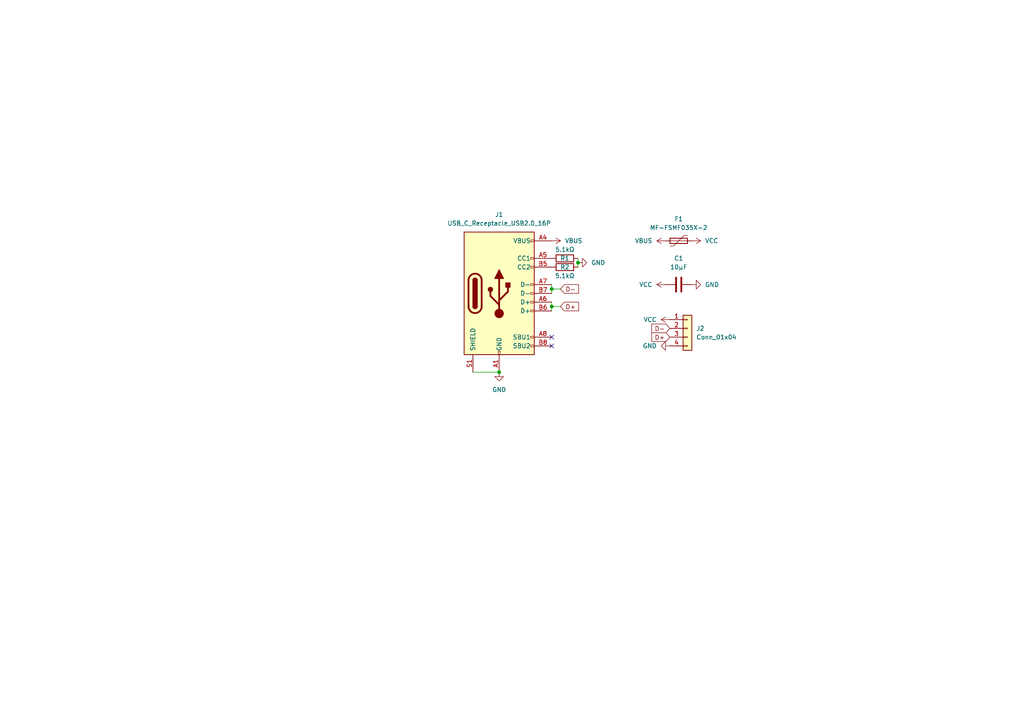
<source format=kicad_sch>
(kicad_sch
	(version 20231120)
	(generator "eeschema")
	(generator_version "8.0")
	(uuid "a42b56de-37c6-4dc7-995a-6688158bc851")
	(paper "A4")
	(lib_symbols
		(symbol "Connector:USB_C_Receptacle_USB2.0_16P"
			(pin_names
				(offset 1.016)
			)
			(exclude_from_sim no)
			(in_bom yes)
			(on_board yes)
			(property "Reference" "J"
				(at 0 22.225 0)
				(effects
					(font
						(size 1.27 1.27)
					)
				)
			)
			(property "Value" "USB_C_Receptacle_USB2.0_16P"
				(at 0 19.685 0)
				(effects
					(font
						(size 1.27 1.27)
					)
				)
			)
			(property "Footprint" ""
				(at 3.81 0 0)
				(effects
					(font
						(size 1.27 1.27)
					)
					(hide yes)
				)
			)
			(property "Datasheet" "https://www.usb.org/sites/default/files/documents/usb_type-c.zip"
				(at 3.81 0 0)
				(effects
					(font
						(size 1.27 1.27)
					)
					(hide yes)
				)
			)
			(property "Description" "USB 2.0-only 16P Type-C Receptacle connector"
				(at 0 0 0)
				(effects
					(font
						(size 1.27 1.27)
					)
					(hide yes)
				)
			)
			(property "ki_keywords" "usb universal serial bus type-C USB2.0"
				(at 0 0 0)
				(effects
					(font
						(size 1.27 1.27)
					)
					(hide yes)
				)
			)
			(property "ki_fp_filters" "USB*C*Receptacle*"
				(at 0 0 0)
				(effects
					(font
						(size 1.27 1.27)
					)
					(hide yes)
				)
			)
			(symbol "USB_C_Receptacle_USB2.0_16P_0_0"
				(rectangle
					(start -0.254 -17.78)
					(end 0.254 -16.764)
					(stroke
						(width 0)
						(type default)
					)
					(fill
						(type none)
					)
				)
				(rectangle
					(start 10.16 -14.986)
					(end 9.144 -15.494)
					(stroke
						(width 0)
						(type default)
					)
					(fill
						(type none)
					)
				)
				(rectangle
					(start 10.16 -12.446)
					(end 9.144 -12.954)
					(stroke
						(width 0)
						(type default)
					)
					(fill
						(type none)
					)
				)
				(rectangle
					(start 10.16 -4.826)
					(end 9.144 -5.334)
					(stroke
						(width 0)
						(type default)
					)
					(fill
						(type none)
					)
				)
				(rectangle
					(start 10.16 -2.286)
					(end 9.144 -2.794)
					(stroke
						(width 0)
						(type default)
					)
					(fill
						(type none)
					)
				)
				(rectangle
					(start 10.16 0.254)
					(end 9.144 -0.254)
					(stroke
						(width 0)
						(type default)
					)
					(fill
						(type none)
					)
				)
				(rectangle
					(start 10.16 2.794)
					(end 9.144 2.286)
					(stroke
						(width 0)
						(type default)
					)
					(fill
						(type none)
					)
				)
				(rectangle
					(start 10.16 7.874)
					(end 9.144 7.366)
					(stroke
						(width 0)
						(type default)
					)
					(fill
						(type none)
					)
				)
				(rectangle
					(start 10.16 10.414)
					(end 9.144 9.906)
					(stroke
						(width 0)
						(type default)
					)
					(fill
						(type none)
					)
				)
				(rectangle
					(start 10.16 15.494)
					(end 9.144 14.986)
					(stroke
						(width 0)
						(type default)
					)
					(fill
						(type none)
					)
				)
			)
			(symbol "USB_C_Receptacle_USB2.0_16P_0_1"
				(rectangle
					(start -10.16 17.78)
					(end 10.16 -17.78)
					(stroke
						(width 0.254)
						(type default)
					)
					(fill
						(type background)
					)
				)
				(arc
					(start -8.89 -3.81)
					(mid -6.985 -5.7067)
					(end -5.08 -3.81)
					(stroke
						(width 0.508)
						(type default)
					)
					(fill
						(type none)
					)
				)
				(arc
					(start -7.62 -3.81)
					(mid -6.985 -4.4423)
					(end -6.35 -3.81)
					(stroke
						(width 0.254)
						(type default)
					)
					(fill
						(type none)
					)
				)
				(arc
					(start -7.62 -3.81)
					(mid -6.985 -4.4423)
					(end -6.35 -3.81)
					(stroke
						(width 0.254)
						(type default)
					)
					(fill
						(type outline)
					)
				)
				(rectangle
					(start -7.62 -3.81)
					(end -6.35 3.81)
					(stroke
						(width 0.254)
						(type default)
					)
					(fill
						(type outline)
					)
				)
				(arc
					(start -6.35 3.81)
					(mid -6.985 4.4423)
					(end -7.62 3.81)
					(stroke
						(width 0.254)
						(type default)
					)
					(fill
						(type none)
					)
				)
				(arc
					(start -6.35 3.81)
					(mid -6.985 4.4423)
					(end -7.62 3.81)
					(stroke
						(width 0.254)
						(type default)
					)
					(fill
						(type outline)
					)
				)
				(arc
					(start -5.08 3.81)
					(mid -6.985 5.7067)
					(end -8.89 3.81)
					(stroke
						(width 0.508)
						(type default)
					)
					(fill
						(type none)
					)
				)
				(circle
					(center -2.54 1.143)
					(radius 0.635)
					(stroke
						(width 0.254)
						(type default)
					)
					(fill
						(type outline)
					)
				)
				(circle
					(center 0 -5.842)
					(radius 1.27)
					(stroke
						(width 0)
						(type default)
					)
					(fill
						(type outline)
					)
				)
				(polyline
					(pts
						(xy -8.89 -3.81) (xy -8.89 3.81)
					)
					(stroke
						(width 0.508)
						(type default)
					)
					(fill
						(type none)
					)
				)
				(polyline
					(pts
						(xy -5.08 3.81) (xy -5.08 -3.81)
					)
					(stroke
						(width 0.508)
						(type default)
					)
					(fill
						(type none)
					)
				)
				(polyline
					(pts
						(xy 0 -5.842) (xy 0 4.318)
					)
					(stroke
						(width 0.508)
						(type default)
					)
					(fill
						(type none)
					)
				)
				(polyline
					(pts
						(xy 0 -3.302) (xy -2.54 -0.762) (xy -2.54 0.508)
					)
					(stroke
						(width 0.508)
						(type default)
					)
					(fill
						(type none)
					)
				)
				(polyline
					(pts
						(xy 0 -2.032) (xy 2.54 0.508) (xy 2.54 1.778)
					)
					(stroke
						(width 0.508)
						(type default)
					)
					(fill
						(type none)
					)
				)
				(polyline
					(pts
						(xy -1.27 4.318) (xy 0 6.858) (xy 1.27 4.318) (xy -1.27 4.318)
					)
					(stroke
						(width 0.254)
						(type default)
					)
					(fill
						(type outline)
					)
				)
				(rectangle
					(start 1.905 1.778)
					(end 3.175 3.048)
					(stroke
						(width 0.254)
						(type default)
					)
					(fill
						(type outline)
					)
				)
			)
			(symbol "USB_C_Receptacle_USB2.0_16P_1_1"
				(pin passive line
					(at 0 -22.86 90)
					(length 5.08)
					(name "GND"
						(effects
							(font
								(size 1.27 1.27)
							)
						)
					)
					(number "A1"
						(effects
							(font
								(size 1.27 1.27)
							)
						)
					)
				)
				(pin passive line
					(at 0 -22.86 90)
					(length 5.08) hide
					(name "GND"
						(effects
							(font
								(size 1.27 1.27)
							)
						)
					)
					(number "A12"
						(effects
							(font
								(size 1.27 1.27)
							)
						)
					)
				)
				(pin passive line
					(at 15.24 15.24 180)
					(length 5.08)
					(name "VBUS"
						(effects
							(font
								(size 1.27 1.27)
							)
						)
					)
					(number "A4"
						(effects
							(font
								(size 1.27 1.27)
							)
						)
					)
				)
				(pin bidirectional line
					(at 15.24 10.16 180)
					(length 5.08)
					(name "CC1"
						(effects
							(font
								(size 1.27 1.27)
							)
						)
					)
					(number "A5"
						(effects
							(font
								(size 1.27 1.27)
							)
						)
					)
				)
				(pin bidirectional line
					(at 15.24 -2.54 180)
					(length 5.08)
					(name "D+"
						(effects
							(font
								(size 1.27 1.27)
							)
						)
					)
					(number "A6"
						(effects
							(font
								(size 1.27 1.27)
							)
						)
					)
				)
				(pin bidirectional line
					(at 15.24 2.54 180)
					(length 5.08)
					(name "D-"
						(effects
							(font
								(size 1.27 1.27)
							)
						)
					)
					(number "A7"
						(effects
							(font
								(size 1.27 1.27)
							)
						)
					)
				)
				(pin bidirectional line
					(at 15.24 -12.7 180)
					(length 5.08)
					(name "SBU1"
						(effects
							(font
								(size 1.27 1.27)
							)
						)
					)
					(number "A8"
						(effects
							(font
								(size 1.27 1.27)
							)
						)
					)
				)
				(pin passive line
					(at 15.24 15.24 180)
					(length 5.08) hide
					(name "VBUS"
						(effects
							(font
								(size 1.27 1.27)
							)
						)
					)
					(number "A9"
						(effects
							(font
								(size 1.27 1.27)
							)
						)
					)
				)
				(pin passive line
					(at 0 -22.86 90)
					(length 5.08) hide
					(name "GND"
						(effects
							(font
								(size 1.27 1.27)
							)
						)
					)
					(number "B1"
						(effects
							(font
								(size 1.27 1.27)
							)
						)
					)
				)
				(pin passive line
					(at 0 -22.86 90)
					(length 5.08) hide
					(name "GND"
						(effects
							(font
								(size 1.27 1.27)
							)
						)
					)
					(number "B12"
						(effects
							(font
								(size 1.27 1.27)
							)
						)
					)
				)
				(pin passive line
					(at 15.24 15.24 180)
					(length 5.08) hide
					(name "VBUS"
						(effects
							(font
								(size 1.27 1.27)
							)
						)
					)
					(number "B4"
						(effects
							(font
								(size 1.27 1.27)
							)
						)
					)
				)
				(pin bidirectional line
					(at 15.24 7.62 180)
					(length 5.08)
					(name "CC2"
						(effects
							(font
								(size 1.27 1.27)
							)
						)
					)
					(number "B5"
						(effects
							(font
								(size 1.27 1.27)
							)
						)
					)
				)
				(pin bidirectional line
					(at 15.24 -5.08 180)
					(length 5.08)
					(name "D+"
						(effects
							(font
								(size 1.27 1.27)
							)
						)
					)
					(number "B6"
						(effects
							(font
								(size 1.27 1.27)
							)
						)
					)
				)
				(pin bidirectional line
					(at 15.24 0 180)
					(length 5.08)
					(name "D-"
						(effects
							(font
								(size 1.27 1.27)
							)
						)
					)
					(number "B7"
						(effects
							(font
								(size 1.27 1.27)
							)
						)
					)
				)
				(pin bidirectional line
					(at 15.24 -15.24 180)
					(length 5.08)
					(name "SBU2"
						(effects
							(font
								(size 1.27 1.27)
							)
						)
					)
					(number "B8"
						(effects
							(font
								(size 1.27 1.27)
							)
						)
					)
				)
				(pin passive line
					(at 15.24 15.24 180)
					(length 5.08) hide
					(name "VBUS"
						(effects
							(font
								(size 1.27 1.27)
							)
						)
					)
					(number "B9"
						(effects
							(font
								(size 1.27 1.27)
							)
						)
					)
				)
				(pin passive line
					(at -7.62 -22.86 90)
					(length 5.08)
					(name "SHIELD"
						(effects
							(font
								(size 1.27 1.27)
							)
						)
					)
					(number "S1"
						(effects
							(font
								(size 1.27 1.27)
							)
						)
					)
				)
			)
		)
		(symbol "Connector_Generic:Conn_01x04"
			(pin_names
				(offset 1.016) hide)
			(exclude_from_sim no)
			(in_bom yes)
			(on_board yes)
			(property "Reference" "J"
				(at 0 5.08 0)
				(effects
					(font
						(size 1.27 1.27)
					)
				)
			)
			(property "Value" "Conn_01x04"
				(at 0 -7.62 0)
				(effects
					(font
						(size 1.27 1.27)
					)
				)
			)
			(property "Footprint" ""
				(at 0 0 0)
				(effects
					(font
						(size 1.27 1.27)
					)
					(hide yes)
				)
			)
			(property "Datasheet" "~"
				(at 0 0 0)
				(effects
					(font
						(size 1.27 1.27)
					)
					(hide yes)
				)
			)
			(property "Description" "Generic connector, single row, 01x04, script generated (kicad-library-utils/schlib/autogen/connector/)"
				(at 0 0 0)
				(effects
					(font
						(size 1.27 1.27)
					)
					(hide yes)
				)
			)
			(property "ki_keywords" "connector"
				(at 0 0 0)
				(effects
					(font
						(size 1.27 1.27)
					)
					(hide yes)
				)
			)
			(property "ki_fp_filters" "Connector*:*_1x??_*"
				(at 0 0 0)
				(effects
					(font
						(size 1.27 1.27)
					)
					(hide yes)
				)
			)
			(symbol "Conn_01x04_1_1"
				(rectangle
					(start -1.27 -4.953)
					(end 0 -5.207)
					(stroke
						(width 0.1524)
						(type default)
					)
					(fill
						(type none)
					)
				)
				(rectangle
					(start -1.27 -2.413)
					(end 0 -2.667)
					(stroke
						(width 0.1524)
						(type default)
					)
					(fill
						(type none)
					)
				)
				(rectangle
					(start -1.27 0.127)
					(end 0 -0.127)
					(stroke
						(width 0.1524)
						(type default)
					)
					(fill
						(type none)
					)
				)
				(rectangle
					(start -1.27 2.667)
					(end 0 2.413)
					(stroke
						(width 0.1524)
						(type default)
					)
					(fill
						(type none)
					)
				)
				(rectangle
					(start -1.27 3.81)
					(end 1.27 -6.35)
					(stroke
						(width 0.254)
						(type default)
					)
					(fill
						(type background)
					)
				)
				(pin passive line
					(at -5.08 2.54 0)
					(length 3.81)
					(name "Pin_1"
						(effects
							(font
								(size 1.27 1.27)
							)
						)
					)
					(number "1"
						(effects
							(font
								(size 1.27 1.27)
							)
						)
					)
				)
				(pin passive line
					(at -5.08 0 0)
					(length 3.81)
					(name "Pin_2"
						(effects
							(font
								(size 1.27 1.27)
							)
						)
					)
					(number "2"
						(effects
							(font
								(size 1.27 1.27)
							)
						)
					)
				)
				(pin passive line
					(at -5.08 -2.54 0)
					(length 3.81)
					(name "Pin_3"
						(effects
							(font
								(size 1.27 1.27)
							)
						)
					)
					(number "3"
						(effects
							(font
								(size 1.27 1.27)
							)
						)
					)
				)
				(pin passive line
					(at -5.08 -5.08 0)
					(length 3.81)
					(name "Pin_4"
						(effects
							(font
								(size 1.27 1.27)
							)
						)
					)
					(number "4"
						(effects
							(font
								(size 1.27 1.27)
							)
						)
					)
				)
			)
		)
		(symbol "Device:C"
			(pin_numbers hide)
			(pin_names
				(offset 0.254)
			)
			(exclude_from_sim no)
			(in_bom yes)
			(on_board yes)
			(property "Reference" "C"
				(at 0.635 2.54 0)
				(effects
					(font
						(size 1.27 1.27)
					)
					(justify left)
				)
			)
			(property "Value" "C"
				(at 0.635 -2.54 0)
				(effects
					(font
						(size 1.27 1.27)
					)
					(justify left)
				)
			)
			(property "Footprint" ""
				(at 0.9652 -3.81 0)
				(effects
					(font
						(size 1.27 1.27)
					)
					(hide yes)
				)
			)
			(property "Datasheet" "~"
				(at 0 0 0)
				(effects
					(font
						(size 1.27 1.27)
					)
					(hide yes)
				)
			)
			(property "Description" "Unpolarized capacitor"
				(at 0 0 0)
				(effects
					(font
						(size 1.27 1.27)
					)
					(hide yes)
				)
			)
			(property "ki_keywords" "cap capacitor"
				(at 0 0 0)
				(effects
					(font
						(size 1.27 1.27)
					)
					(hide yes)
				)
			)
			(property "ki_fp_filters" "C_*"
				(at 0 0 0)
				(effects
					(font
						(size 1.27 1.27)
					)
					(hide yes)
				)
			)
			(symbol "C_0_1"
				(polyline
					(pts
						(xy -2.032 -0.762) (xy 2.032 -0.762)
					)
					(stroke
						(width 0.508)
						(type default)
					)
					(fill
						(type none)
					)
				)
				(polyline
					(pts
						(xy -2.032 0.762) (xy 2.032 0.762)
					)
					(stroke
						(width 0.508)
						(type default)
					)
					(fill
						(type none)
					)
				)
			)
			(symbol "C_1_1"
				(pin passive line
					(at 0 3.81 270)
					(length 2.794)
					(name "~"
						(effects
							(font
								(size 1.27 1.27)
							)
						)
					)
					(number "1"
						(effects
							(font
								(size 1.27 1.27)
							)
						)
					)
				)
				(pin passive line
					(at 0 -3.81 90)
					(length 2.794)
					(name "~"
						(effects
							(font
								(size 1.27 1.27)
							)
						)
					)
					(number "2"
						(effects
							(font
								(size 1.27 1.27)
							)
						)
					)
				)
			)
		)
		(symbol "Device:Polyfuse"
			(pin_numbers hide)
			(pin_names
				(offset 0)
			)
			(exclude_from_sim no)
			(in_bom yes)
			(on_board yes)
			(property "Reference" "F"
				(at -2.54 0 90)
				(effects
					(font
						(size 1.27 1.27)
					)
				)
			)
			(property "Value" "Polyfuse"
				(at 2.54 0 90)
				(effects
					(font
						(size 1.27 1.27)
					)
				)
			)
			(property "Footprint" ""
				(at 1.27 -5.08 0)
				(effects
					(font
						(size 1.27 1.27)
					)
					(justify left)
					(hide yes)
				)
			)
			(property "Datasheet" "~"
				(at 0 0 0)
				(effects
					(font
						(size 1.27 1.27)
					)
					(hide yes)
				)
			)
			(property "Description" "Resettable fuse, polymeric positive temperature coefficient"
				(at 0 0 0)
				(effects
					(font
						(size 1.27 1.27)
					)
					(hide yes)
				)
			)
			(property "ki_keywords" "resettable fuse PTC PPTC polyfuse polyswitch"
				(at 0 0 0)
				(effects
					(font
						(size 1.27 1.27)
					)
					(hide yes)
				)
			)
			(property "ki_fp_filters" "*polyfuse* *PTC*"
				(at 0 0 0)
				(effects
					(font
						(size 1.27 1.27)
					)
					(hide yes)
				)
			)
			(symbol "Polyfuse_0_1"
				(rectangle
					(start -0.762 2.54)
					(end 0.762 -2.54)
					(stroke
						(width 0.254)
						(type default)
					)
					(fill
						(type none)
					)
				)
				(polyline
					(pts
						(xy 0 2.54) (xy 0 -2.54)
					)
					(stroke
						(width 0)
						(type default)
					)
					(fill
						(type none)
					)
				)
				(polyline
					(pts
						(xy -1.524 2.54) (xy -1.524 1.524) (xy 1.524 -1.524) (xy 1.524 -2.54)
					)
					(stroke
						(width 0)
						(type default)
					)
					(fill
						(type none)
					)
				)
			)
			(symbol "Polyfuse_1_1"
				(pin passive line
					(at 0 3.81 270)
					(length 1.27)
					(name "~"
						(effects
							(font
								(size 1.27 1.27)
							)
						)
					)
					(number "1"
						(effects
							(font
								(size 1.27 1.27)
							)
						)
					)
				)
				(pin passive line
					(at 0 -3.81 90)
					(length 1.27)
					(name "~"
						(effects
							(font
								(size 1.27 1.27)
							)
						)
					)
					(number "2"
						(effects
							(font
								(size 1.27 1.27)
							)
						)
					)
				)
			)
		)
		(symbol "Device:R"
			(pin_numbers hide)
			(pin_names
				(offset 0)
			)
			(exclude_from_sim no)
			(in_bom yes)
			(on_board yes)
			(property "Reference" "R"
				(at 2.032 0 90)
				(effects
					(font
						(size 1.27 1.27)
					)
				)
			)
			(property "Value" "R"
				(at 0 0 90)
				(effects
					(font
						(size 1.27 1.27)
					)
				)
			)
			(property "Footprint" ""
				(at -1.778 0 90)
				(effects
					(font
						(size 1.27 1.27)
					)
					(hide yes)
				)
			)
			(property "Datasheet" "~"
				(at 0 0 0)
				(effects
					(font
						(size 1.27 1.27)
					)
					(hide yes)
				)
			)
			(property "Description" "Resistor"
				(at 0 0 0)
				(effects
					(font
						(size 1.27 1.27)
					)
					(hide yes)
				)
			)
			(property "ki_keywords" "R res resistor"
				(at 0 0 0)
				(effects
					(font
						(size 1.27 1.27)
					)
					(hide yes)
				)
			)
			(property "ki_fp_filters" "R_*"
				(at 0 0 0)
				(effects
					(font
						(size 1.27 1.27)
					)
					(hide yes)
				)
			)
			(symbol "R_0_1"
				(rectangle
					(start -1.016 -2.54)
					(end 1.016 2.54)
					(stroke
						(width 0.254)
						(type default)
					)
					(fill
						(type none)
					)
				)
			)
			(symbol "R_1_1"
				(pin passive line
					(at 0 3.81 270)
					(length 1.27)
					(name "~"
						(effects
							(font
								(size 1.27 1.27)
							)
						)
					)
					(number "1"
						(effects
							(font
								(size 1.27 1.27)
							)
						)
					)
				)
				(pin passive line
					(at 0 -3.81 90)
					(length 1.27)
					(name "~"
						(effects
							(font
								(size 1.27 1.27)
							)
						)
					)
					(number "2"
						(effects
							(font
								(size 1.27 1.27)
							)
						)
					)
				)
			)
		)
		(symbol "power:GND"
			(power)
			(pin_numbers hide)
			(pin_names
				(offset 0) hide)
			(exclude_from_sim no)
			(in_bom yes)
			(on_board yes)
			(property "Reference" "#PWR"
				(at 0 -6.35 0)
				(effects
					(font
						(size 1.27 1.27)
					)
					(hide yes)
				)
			)
			(property "Value" "GND"
				(at 0 -3.81 0)
				(effects
					(font
						(size 1.27 1.27)
					)
				)
			)
			(property "Footprint" ""
				(at 0 0 0)
				(effects
					(font
						(size 1.27 1.27)
					)
					(hide yes)
				)
			)
			(property "Datasheet" ""
				(at 0 0 0)
				(effects
					(font
						(size 1.27 1.27)
					)
					(hide yes)
				)
			)
			(property "Description" "Power symbol creates a global label with name \"GND\" , ground"
				(at 0 0 0)
				(effects
					(font
						(size 1.27 1.27)
					)
					(hide yes)
				)
			)
			(property "ki_keywords" "global power"
				(at 0 0 0)
				(effects
					(font
						(size 1.27 1.27)
					)
					(hide yes)
				)
			)
			(symbol "GND_0_1"
				(polyline
					(pts
						(xy 0 0) (xy 0 -1.27) (xy 1.27 -1.27) (xy 0 -2.54) (xy -1.27 -1.27) (xy 0 -1.27)
					)
					(stroke
						(width 0)
						(type default)
					)
					(fill
						(type none)
					)
				)
			)
			(symbol "GND_1_1"
				(pin power_in line
					(at 0 0 270)
					(length 0)
					(name "~"
						(effects
							(font
								(size 1.27 1.27)
							)
						)
					)
					(number "1"
						(effects
							(font
								(size 1.27 1.27)
							)
						)
					)
				)
			)
		)
		(symbol "power:VBUS"
			(power)
			(pin_numbers hide)
			(pin_names
				(offset 0) hide)
			(exclude_from_sim no)
			(in_bom yes)
			(on_board yes)
			(property "Reference" "#PWR"
				(at 0 -3.81 0)
				(effects
					(font
						(size 1.27 1.27)
					)
					(hide yes)
				)
			)
			(property "Value" "VBUS"
				(at 0 3.556 0)
				(effects
					(font
						(size 1.27 1.27)
					)
				)
			)
			(property "Footprint" ""
				(at 0 0 0)
				(effects
					(font
						(size 1.27 1.27)
					)
					(hide yes)
				)
			)
			(property "Datasheet" ""
				(at 0 0 0)
				(effects
					(font
						(size 1.27 1.27)
					)
					(hide yes)
				)
			)
			(property "Description" "Power symbol creates a global label with name \"VBUS\""
				(at 0 0 0)
				(effects
					(font
						(size 1.27 1.27)
					)
					(hide yes)
				)
			)
			(property "ki_keywords" "global power"
				(at 0 0 0)
				(effects
					(font
						(size 1.27 1.27)
					)
					(hide yes)
				)
			)
			(symbol "VBUS_0_1"
				(polyline
					(pts
						(xy -0.762 1.27) (xy 0 2.54)
					)
					(stroke
						(width 0)
						(type default)
					)
					(fill
						(type none)
					)
				)
				(polyline
					(pts
						(xy 0 0) (xy 0 2.54)
					)
					(stroke
						(width 0)
						(type default)
					)
					(fill
						(type none)
					)
				)
				(polyline
					(pts
						(xy 0 2.54) (xy 0.762 1.27)
					)
					(stroke
						(width 0)
						(type default)
					)
					(fill
						(type none)
					)
				)
			)
			(symbol "VBUS_1_1"
				(pin power_in line
					(at 0 0 90)
					(length 0)
					(name "~"
						(effects
							(font
								(size 1.27 1.27)
							)
						)
					)
					(number "1"
						(effects
							(font
								(size 1.27 1.27)
							)
						)
					)
				)
			)
		)
		(symbol "power:VCC"
			(power)
			(pin_numbers hide)
			(pin_names
				(offset 0) hide)
			(exclude_from_sim no)
			(in_bom yes)
			(on_board yes)
			(property "Reference" "#PWR"
				(at 0 -3.81 0)
				(effects
					(font
						(size 1.27 1.27)
					)
					(hide yes)
				)
			)
			(property "Value" "VCC"
				(at 0 3.556 0)
				(effects
					(font
						(size 1.27 1.27)
					)
				)
			)
			(property "Footprint" ""
				(at 0 0 0)
				(effects
					(font
						(size 1.27 1.27)
					)
					(hide yes)
				)
			)
			(property "Datasheet" ""
				(at 0 0 0)
				(effects
					(font
						(size 1.27 1.27)
					)
					(hide yes)
				)
			)
			(property "Description" "Power symbol creates a global label with name \"VCC\""
				(at 0 0 0)
				(effects
					(font
						(size 1.27 1.27)
					)
					(hide yes)
				)
			)
			(property "ki_keywords" "global power"
				(at 0 0 0)
				(effects
					(font
						(size 1.27 1.27)
					)
					(hide yes)
				)
			)
			(symbol "VCC_0_1"
				(polyline
					(pts
						(xy -0.762 1.27) (xy 0 2.54)
					)
					(stroke
						(width 0)
						(type default)
					)
					(fill
						(type none)
					)
				)
				(polyline
					(pts
						(xy 0 0) (xy 0 2.54)
					)
					(stroke
						(width 0)
						(type default)
					)
					(fill
						(type none)
					)
				)
				(polyline
					(pts
						(xy 0 2.54) (xy 0.762 1.27)
					)
					(stroke
						(width 0)
						(type default)
					)
					(fill
						(type none)
					)
				)
			)
			(symbol "VCC_1_1"
				(pin power_in line
					(at 0 0 90)
					(length 0)
					(name "~"
						(effects
							(font
								(size 1.27 1.27)
							)
						)
					)
					(number "1"
						(effects
							(font
								(size 1.27 1.27)
							)
						)
					)
				)
			)
		)
	)
	(junction
		(at 160.02 88.9)
		(diameter 0)
		(color 0 0 0 0)
		(uuid "1f166456-0cc5-4f7c-8cc0-72ebca602ee5")
	)
	(junction
		(at 160.02 83.82)
		(diameter 0)
		(color 0 0 0 0)
		(uuid "4c101516-6ec0-421a-a9e2-5b0d84482b03")
	)
	(junction
		(at 144.78 107.95)
		(diameter 0)
		(color 0 0 0 0)
		(uuid "624a9649-28fe-440b-8b94-01c3cfba2302")
	)
	(junction
		(at 167.64 76.2)
		(diameter 0)
		(color 0 0 0 0)
		(uuid "8c823446-3e55-4d20-916c-6901adca3ed7")
	)
	(no_connect
		(at 160.02 100.33)
		(uuid "2c57a971-2334-4e41-9030-6e0bd66f9baa")
	)
	(no_connect
		(at 160.02 97.79)
		(uuid "b9d775c5-9116-48f7-9361-be19ea6a6c23")
	)
	(wire
		(pts
			(xy 167.64 74.93) (xy 167.64 76.2)
		)
		(stroke
			(width 0)
			(type default)
		)
		(uuid "14e80e9b-4720-44ca-be25-83368bdf32b1")
	)
	(wire
		(pts
			(xy 137.16 107.95) (xy 144.78 107.95)
		)
		(stroke
			(width 0)
			(type default)
		)
		(uuid "21738e19-7a41-4d5b-a75c-95f7981e30ad")
	)
	(wire
		(pts
			(xy 160.02 83.82) (xy 160.02 85.09)
		)
		(stroke
			(width 0)
			(type default)
		)
		(uuid "3ff18ed0-68e3-4294-9693-7e75c2d3c09b")
	)
	(wire
		(pts
			(xy 167.64 76.2) (xy 167.64 77.47)
		)
		(stroke
			(width 0)
			(type default)
		)
		(uuid "57e98559-f058-41d9-85ad-728d4f1636d3")
	)
	(wire
		(pts
			(xy 162.56 83.82) (xy 160.02 83.82)
		)
		(stroke
			(width 0)
			(type default)
		)
		(uuid "7debb9aa-2e51-4119-9a42-9e2fcc57b9fa")
	)
	(wire
		(pts
			(xy 160.02 87.63) (xy 160.02 88.9)
		)
		(stroke
			(width 0)
			(type default)
		)
		(uuid "902c0bc5-debe-4815-bee4-1a50ac39d848")
	)
	(wire
		(pts
			(xy 160.02 82.55) (xy 160.02 83.82)
		)
		(stroke
			(width 0)
			(type default)
		)
		(uuid "a716d566-81c8-4d65-b15c-ebd73710f680")
	)
	(wire
		(pts
			(xy 162.56 88.9) (xy 160.02 88.9)
		)
		(stroke
			(width 0)
			(type default)
		)
		(uuid "d71f9b54-d54b-4398-a717-eba4e06f456c")
	)
	(wire
		(pts
			(xy 160.02 88.9) (xy 160.02 90.17)
		)
		(stroke
			(width 0)
			(type default)
		)
		(uuid "ef9c71fe-050a-4aab-9cf6-f953ce4f3708")
	)
	(global_label "D-"
		(shape input)
		(at 162.56 83.82 0)
		(fields_autoplaced yes)
		(effects
			(font
				(size 1.27 1.27)
			)
			(justify left)
		)
		(uuid "2f85ea14-f861-49da-8583-5186c1e7d647")
		(property "Intersheetrefs" "${INTERSHEET_REFS}"
			(at 168.3876 83.82 0)
			(effects
				(font
					(size 1.27 1.27)
				)
				(justify left)
				(hide yes)
			)
		)
	)
	(global_label "D+"
		(shape input)
		(at 194.31 97.79 180)
		(fields_autoplaced yes)
		(effects
			(font
				(size 1.27 1.27)
			)
			(justify right)
		)
		(uuid "33f181d4-70e3-4252-af01-85e997b6d635")
		(property "Intersheetrefs" "${INTERSHEET_REFS}"
			(at 188.4824 97.79 0)
			(effects
				(font
					(size 1.27 1.27)
				)
				(justify right)
				(hide yes)
			)
		)
	)
	(global_label "D+"
		(shape input)
		(at 162.56 88.9 0)
		(fields_autoplaced yes)
		(effects
			(font
				(size 1.27 1.27)
			)
			(justify left)
		)
		(uuid "9a3af73a-30ad-48cd-8c2e-6e065dc5f950")
		(property "Intersheetrefs" "${INTERSHEET_REFS}"
			(at 168.3876 88.9 0)
			(effects
				(font
					(size 1.27 1.27)
				)
				(justify left)
				(hide yes)
			)
		)
	)
	(global_label "D-"
		(shape input)
		(at 194.31 95.25 180)
		(fields_autoplaced yes)
		(effects
			(font
				(size 1.27 1.27)
			)
			(justify right)
		)
		(uuid "c7a2350e-5308-4ae0-9455-dc26b6fa21fc")
		(property "Intersheetrefs" "${INTERSHEET_REFS}"
			(at 188.4824 95.25 0)
			(effects
				(font
					(size 1.27 1.27)
				)
				(justify right)
				(hide yes)
			)
		)
	)
	(symbol
		(lib_id "power:GND")
		(at 194.31 100.33 270)
		(unit 1)
		(exclude_from_sim no)
		(in_bom yes)
		(on_board yes)
		(dnp no)
		(fields_autoplaced yes)
		(uuid "0375a69d-3ad6-4e6a-ab9a-4b095080a111")
		(property "Reference" "#PWR0106"
			(at 187.96 100.33 0)
			(effects
				(font
					(size 1.27 1.27)
				)
				(hide yes)
			)
		)
		(property "Value" "GND"
			(at 190.5 100.33 90)
			(effects
				(font
					(size 1.27 1.27)
				)
				(justify right)
			)
		)
		(property "Footprint" ""
			(at 194.31 100.33 0)
			(effects
				(font
					(size 1.27 1.27)
				)
				(hide yes)
			)
		)
		(property "Datasheet" ""
			(at 194.31 100.33 0)
			(effects
				(font
					(size 1.27 1.27)
				)
				(hide yes)
			)
		)
		(property "Description" "Power symbol creates a global label with name \"GND\" , ground"
			(at 194.31 100.33 0)
			(effects
				(font
					(size 1.27 1.27)
				)
				(hide yes)
			)
		)
		(pin "1"
			(uuid "8974ec44-2c85-41aa-9575-aa29c7de48a2")
		)
		(instances
			(project "USB-TYPE-C"
				(path "/a42b56de-37c6-4dc7-995a-6688158bc851"
					(reference "#PWR0106")
					(unit 1)
				)
			)
		)
	)
	(symbol
		(lib_id "power:GND")
		(at 200.66 82.55 90)
		(unit 1)
		(exclude_from_sim no)
		(in_bom yes)
		(on_board yes)
		(dnp no)
		(fields_autoplaced yes)
		(uuid "2325d6ab-e075-4547-8eeb-181c287788f4")
		(property "Reference" "#PWR02"
			(at 207.01 82.55 0)
			(effects
				(font
					(size 1.27 1.27)
				)
				(hide yes)
			)
		)
		(property "Value" "GND"
			(at 204.47 82.5499 90)
			(effects
				(font
					(size 1.27 1.27)
				)
				(justify right)
			)
		)
		(property "Footprint" ""
			(at 200.66 82.55 0)
			(effects
				(font
					(size 1.27 1.27)
				)
				(hide yes)
			)
		)
		(property "Datasheet" ""
			(at 200.66 82.55 0)
			(effects
				(font
					(size 1.27 1.27)
				)
				(hide yes)
			)
		)
		(property "Description" "Power symbol creates a global label with name \"GND\" , ground"
			(at 200.66 82.55 0)
			(effects
				(font
					(size 1.27 1.27)
				)
				(hide yes)
			)
		)
		(pin "1"
			(uuid "0405c05d-9529-49a9-9716-f142e5414e39")
		)
		(instances
			(project "USB-TYPE-C"
				(path "/a42b56de-37c6-4dc7-995a-6688158bc851"
					(reference "#PWR02")
					(unit 1)
				)
			)
		)
	)
	(symbol
		(lib_id "Device:C")
		(at 196.85 82.55 90)
		(unit 1)
		(exclude_from_sim no)
		(in_bom yes)
		(on_board yes)
		(dnp no)
		(fields_autoplaced yes)
		(uuid "2545b32b-f984-4bb2-ae23-e1deeb05eccf")
		(property "Reference" "C1"
			(at 196.85 74.93 90)
			(effects
				(font
					(size 1.27 1.27)
				)
			)
		)
		(property "Value" "10μF"
			(at 196.85 77.47 90)
			(effects
				(font
					(size 1.27 1.27)
				)
			)
		)
		(property "Footprint" "Capacitor_SMD:C_0603_1608Metric"
			(at 200.66 81.5848 0)
			(effects
				(font
					(size 1.27 1.27)
				)
				(hide yes)
			)
		)
		(property "Datasheet" "https://datasheet.lcsc.com/lcsc/2304140030_Samsung-Electro-Mechanics-CL10A106MA8NRNC_C96446.pdf"
			(at 196.85 82.55 0)
			(effects
				(font
					(size 1.27 1.27)
				)
				(hide yes)
			)
		)
		(property "Description" "Unpolarized capacitor"
			(at 196.85 82.55 0)
			(effects
				(font
					(size 1.27 1.27)
				)
				(hide yes)
			)
		)
		(property "LCSC" "C96446"
			(at 196.85 82.55 90)
			(effects
				(font
					(size 1.27 1.27)
				)
				(hide yes)
			)
		)
		(pin "2"
			(uuid "465e073f-a201-4eda-b53f-f42df77d0174")
		)
		(pin "1"
			(uuid "b027e457-e382-497b-b2ac-78702814fcbe")
		)
		(instances
			(project "USB-TYPE-C"
				(path "/a42b56de-37c6-4dc7-995a-6688158bc851"
					(reference "C1")
					(unit 1)
				)
			)
		)
	)
	(symbol
		(lib_id "Device:R")
		(at 163.83 77.47 270)
		(unit 1)
		(exclude_from_sim no)
		(in_bom yes)
		(on_board yes)
		(dnp no)
		(uuid "48d76852-30e5-406e-95fd-d981d9a90ff2")
		(property "Reference" "R6"
			(at 163.83 77.47 90)
			(effects
				(font
					(size 1.27 1.27)
				)
			)
		)
		(property "Value" "5.1kΩ"
			(at 163.83 80.01 90)
			(effects
				(font
					(size 1.27 1.27)
				)
			)
		)
		(property "Footprint" "Resistor_SMD:R_0402_1005Metric"
			(at 163.83 75.692 90)
			(effects
				(font
					(size 1.27 1.27)
				)
				(hide yes)
			)
		)
		(property "Datasheet" "https://datasheet.lcsc.com/lcsc/2206010045_UNI-ROYAL-Uniroyal-Elec-0402WGF5101TCE_C25905.pdf"
			(at 163.83 77.47 0)
			(effects
				(font
					(size 1.27 1.27)
				)
				(hide yes)
			)
		)
		(property "Description" ""
			(at 163.83 77.47 0)
			(effects
				(font
					(size 1.27 1.27)
				)
				(hide yes)
			)
		)
		(property "LCSC" "C25905"
			(at 163.83 77.47 90)
			(effects
				(font
					(size 1.27 1.27)
				)
				(hide yes)
			)
		)
		(pin "1"
			(uuid "12585a1d-0732-4213-a157-6701cef8e925")
		)
		(pin "2"
			(uuid "2c86c755-e09d-432a-af4f-bb1bfa7fd66b")
		)
		(instances
			(project "STM32F1-DevBoard"
				(path "/978e1817-ddd6-4f04-b9a6-ae7fae5b1d1d"
					(reference "R6")
					(unit 1)
				)
			)
			(project "USB-TYPE-C"
				(path "/a42b56de-37c6-4dc7-995a-6688158bc851"
					(reference "R2")
					(unit 1)
				)
			)
		)
	)
	(symbol
		(lib_id "Device:Polyfuse")
		(at 196.85 69.85 90)
		(unit 1)
		(exclude_from_sim no)
		(in_bom yes)
		(on_board yes)
		(dnp no)
		(fields_autoplaced yes)
		(uuid "68723bdd-5657-4d09-b6a6-f5521e29264d")
		(property "Reference" "F1"
			(at 196.85 63.5 90)
			(effects
				(font
					(size 1.27 1.27)
				)
			)
		)
		(property "Value" "MF-FSMF035X-2"
			(at 196.85 66.04 90)
			(effects
				(font
					(size 1.27 1.27)
				)
			)
		)
		(property "Footprint" "Fuse:Fuse_0603_1608Metric"
			(at 201.93 68.58 0)
			(effects
				(font
					(size 1.27 1.27)
				)
				(justify left)
				(hide yes)
			)
		)
		(property "Datasheet" "~"
			(at 196.85 69.85 0)
			(effects
				(font
					(size 1.27 1.27)
				)
				(hide yes)
			)
		)
		(property "Description" ""
			(at 196.85 69.85 0)
			(effects
				(font
					(size 1.27 1.27)
				)
				(hide yes)
			)
		)
		(pin "1"
			(uuid "90bd8437-91ec-4a29-b360-c6b0cf75ced1")
		)
		(pin "2"
			(uuid "d24913c5-6ce6-4be5-9a17-5f03ad394efc")
		)
		(instances
			(project "USB-TYPE-C"
				(path "/a42b56de-37c6-4dc7-995a-6688158bc851"
					(reference "F1")
					(unit 1)
				)
			)
		)
	)
	(symbol
		(lib_id "power:VBUS")
		(at 193.04 69.85 90)
		(unit 1)
		(exclude_from_sim no)
		(in_bom yes)
		(on_board yes)
		(dnp no)
		(fields_autoplaced yes)
		(uuid "6f87ade3-d7a0-4cd5-b949-ee1bd578d4dc")
		(property "Reference" "#PWR08"
			(at 196.85 69.85 0)
			(effects
				(font
					(size 1.27 1.27)
				)
				(hide yes)
			)
		)
		(property "Value" "VBUS"
			(at 189.23 69.85 90)
			(effects
				(font
					(size 1.27 1.27)
				)
				(justify left)
			)
		)
		(property "Footprint" ""
			(at 193.04 69.85 0)
			(effects
				(font
					(size 1.27 1.27)
				)
				(hide yes)
			)
		)
		(property "Datasheet" ""
			(at 193.04 69.85 0)
			(effects
				(font
					(size 1.27 1.27)
				)
				(hide yes)
			)
		)
		(property "Description" "Power symbol creates a global label with name \"VBUS\""
			(at 193.04 69.85 0)
			(effects
				(font
					(size 1.27 1.27)
				)
				(hide yes)
			)
		)
		(pin "1"
			(uuid "a172f67b-5d28-4ed6-b947-0d757b9a277d")
		)
		(instances
			(project "STM32F1-DevBoard"
				(path "/978e1817-ddd6-4f04-b9a6-ae7fae5b1d1d"
					(reference "#PWR08")
					(unit 1)
				)
			)
			(project "USB-TYPE-C"
				(path "/a42b56de-37c6-4dc7-995a-6688158bc851"
					(reference "#PWR0104")
					(unit 1)
				)
			)
		)
	)
	(symbol
		(lib_id "power:VCC")
		(at 200.66 69.85 270)
		(unit 1)
		(exclude_from_sim no)
		(in_bom yes)
		(on_board yes)
		(dnp no)
		(fields_autoplaced yes)
		(uuid "740490ec-00c7-4938-a0a8-07cf6eff5a1f")
		(property "Reference" "#PWR0107"
			(at 196.85 69.85 0)
			(effects
				(font
					(size 1.27 1.27)
				)
				(hide yes)
			)
		)
		(property "Value" "VCC"
			(at 204.47 69.85 90)
			(effects
				(font
					(size 1.27 1.27)
				)
				(justify left)
			)
		)
		(property "Footprint" ""
			(at 200.66 69.85 0)
			(effects
				(font
					(size 1.27 1.27)
				)
				(hide yes)
			)
		)
		(property "Datasheet" ""
			(at 200.66 69.85 0)
			(effects
				(font
					(size 1.27 1.27)
				)
				(hide yes)
			)
		)
		(property "Description" "Power symbol creates a global label with name \"VCC\""
			(at 200.66 69.85 0)
			(effects
				(font
					(size 1.27 1.27)
				)
				(hide yes)
			)
		)
		(pin "1"
			(uuid "53ad6afd-8a96-4c1d-9b82-1864765d2686")
		)
		(instances
			(project "USB-TYPE-C"
				(path "/a42b56de-37c6-4dc7-995a-6688158bc851"
					(reference "#PWR0107")
					(unit 1)
				)
			)
		)
	)
	(symbol
		(lib_id "power:GND")
		(at 167.64 76.2 90)
		(unit 1)
		(exclude_from_sim no)
		(in_bom yes)
		(on_board yes)
		(dnp no)
		(fields_autoplaced yes)
		(uuid "9fd8a1b8-d5e9-4387-b3a7-6b54c7e6b639")
		(property "Reference" "#PWR0103"
			(at 173.99 76.2 0)
			(effects
				(font
					(size 1.27 1.27)
				)
				(hide yes)
			)
		)
		(property "Value" "GND"
			(at 171.45 76.2 90)
			(effects
				(font
					(size 1.27 1.27)
				)
				(justify right)
			)
		)
		(property "Footprint" ""
			(at 167.64 76.2 0)
			(effects
				(font
					(size 1.27 1.27)
				)
				(hide yes)
			)
		)
		(property "Datasheet" ""
			(at 167.64 76.2 0)
			(effects
				(font
					(size 1.27 1.27)
				)
				(hide yes)
			)
		)
		(property "Description" "Power symbol creates a global label with name \"GND\" , ground"
			(at 167.64 76.2 0)
			(effects
				(font
					(size 1.27 1.27)
				)
				(hide yes)
			)
		)
		(pin "1"
			(uuid "024f7f0b-1da4-48fb-b990-48f643a40165")
		)
		(instances
			(project "USB-TYPE-C"
				(path "/a42b56de-37c6-4dc7-995a-6688158bc851"
					(reference "#PWR0103")
					(unit 1)
				)
			)
		)
	)
	(symbol
		(lib_id "Connector_Generic:Conn_01x04")
		(at 199.39 95.25 0)
		(unit 1)
		(exclude_from_sim no)
		(in_bom no)
		(on_board yes)
		(dnp no)
		(fields_autoplaced yes)
		(uuid "a78c21bc-1b58-473f-bd50-04df5b0a3df6")
		(property "Reference" "J2"
			(at 201.93 95.25 0)
			(effects
				(font
					(size 1.27 1.27)
				)
				(justify left)
			)
		)
		(property "Value" "Conn_01x04"
			(at 201.93 97.79 0)
			(effects
				(font
					(size 1.27 1.27)
				)
				(justify left)
			)
		)
		(property "Footprint" "Connector_PinHeader_2.54mm:PinHeader_1x04_P2.54mm_Horizontal"
			(at 199.39 95.25 0)
			(effects
				(font
					(size 1.27 1.27)
				)
				(hide yes)
			)
		)
		(property "Datasheet" "~"
			(at 199.39 95.25 0)
			(effects
				(font
					(size 1.27 1.27)
				)
				(hide yes)
			)
		)
		(property "Description" ""
			(at 199.39 95.25 0)
			(effects
				(font
					(size 1.27 1.27)
				)
				(hide yes)
			)
		)
		(pin "1"
			(uuid "8e2d7b58-b36b-4508-9e45-0dd0e2973534")
		)
		(pin "2"
			(uuid "47332b34-f264-408f-a4b7-dd71fe13664d")
		)
		(pin "3"
			(uuid "7ef56175-59c8-489c-afdf-0904b3950e5d")
		)
		(pin "4"
			(uuid "8a547328-0a1c-42c1-9889-421c1eb47745")
		)
		(instances
			(project "USB-TYPE-C"
				(path "/a42b56de-37c6-4dc7-995a-6688158bc851"
					(reference "J2")
					(unit 1)
				)
			)
		)
	)
	(symbol
		(lib_id "power:VCC")
		(at 194.31 92.71 90)
		(unit 1)
		(exclude_from_sim no)
		(in_bom yes)
		(on_board yes)
		(dnp no)
		(fields_autoplaced yes)
		(uuid "bd9313d5-8966-43ca-81ab-ae30aa998cab")
		(property "Reference" "#PWR0105"
			(at 198.12 92.71 0)
			(effects
				(font
					(size 1.27 1.27)
				)
				(hide yes)
			)
		)
		(property "Value" "VCC"
			(at 190.5 92.71 90)
			(effects
				(font
					(size 1.27 1.27)
				)
				(justify left)
			)
		)
		(property "Footprint" ""
			(at 194.31 92.71 0)
			(effects
				(font
					(size 1.27 1.27)
				)
				(hide yes)
			)
		)
		(property "Datasheet" ""
			(at 194.31 92.71 0)
			(effects
				(font
					(size 1.27 1.27)
				)
				(hide yes)
			)
		)
		(property "Description" "Power symbol creates a global label with name \"VCC\""
			(at 194.31 92.71 0)
			(effects
				(font
					(size 1.27 1.27)
				)
				(hide yes)
			)
		)
		(pin "1"
			(uuid "091b4c06-d73a-4e22-b906-626239579d81")
		)
		(instances
			(project "USB-TYPE-C"
				(path "/a42b56de-37c6-4dc7-995a-6688158bc851"
					(reference "#PWR0105")
					(unit 1)
				)
			)
		)
	)
	(symbol
		(lib_id "Device:R")
		(at 163.83 74.93 270)
		(unit 1)
		(exclude_from_sim no)
		(in_bom yes)
		(on_board yes)
		(dnp no)
		(uuid "c2bb6856-b4b5-425d-b6c9-2f9e96c8266d")
		(property "Reference" "R3"
			(at 163.83 74.93 90)
			(effects
				(font
					(size 1.27 1.27)
				)
			)
		)
		(property "Value" "5.1kΩ"
			(at 163.83 72.39 90)
			(effects
				(font
					(size 1.27 1.27)
				)
			)
		)
		(property "Footprint" "Resistor_SMD:R_0402_1005Metric"
			(at 163.83 73.152 90)
			(effects
				(font
					(size 1.27 1.27)
				)
				(hide yes)
			)
		)
		(property "Datasheet" "https://datasheet.lcsc.com/lcsc/2206010045_UNI-ROYAL-Uniroyal-Elec-0402WGF5101TCE_C25905.pdf"
			(at 163.83 74.93 0)
			(effects
				(font
					(size 1.27 1.27)
				)
				(hide yes)
			)
		)
		(property "Description" ""
			(at 163.83 74.93 0)
			(effects
				(font
					(size 1.27 1.27)
				)
				(hide yes)
			)
		)
		(property "LCSC" "C25905"
			(at 163.83 74.93 90)
			(effects
				(font
					(size 1.27 1.27)
				)
				(hide yes)
			)
		)
		(pin "1"
			(uuid "d43b4e36-75a5-4410-b170-74936e14dceb")
		)
		(pin "2"
			(uuid "4aeb997b-3dfc-47a3-b2f2-3bb647ce3c64")
		)
		(instances
			(project "STM32F1-DevBoard"
				(path "/978e1817-ddd6-4f04-b9a6-ae7fae5b1d1d"
					(reference "R3")
					(unit 1)
				)
			)
			(project "USB-TYPE-C"
				(path "/a42b56de-37c6-4dc7-995a-6688158bc851"
					(reference "R1")
					(unit 1)
				)
			)
		)
	)
	(symbol
		(lib_id "Connector:USB_C_Receptacle_USB2.0_16P")
		(at 144.78 85.09 0)
		(unit 1)
		(exclude_from_sim no)
		(in_bom yes)
		(on_board yes)
		(dnp no)
		(fields_autoplaced yes)
		(uuid "ccff09e2-e35e-43bf-a498-116ffd07b6fc")
		(property "Reference" "J1"
			(at 144.78 62.23 0)
			(effects
				(font
					(size 1.27 1.27)
				)
			)
		)
		(property "Value" "USB_C_Receptacle_USB2.0_16P"
			(at 144.78 64.77 0)
			(effects
				(font
					(size 1.27 1.27)
				)
			)
		)
		(property "Footprint" "Connector_USB:USB_C_Receptacle_XKB_U262-16XN-4BVC11"
			(at 148.59 85.09 0)
			(effects
				(font
					(size 1.27 1.27)
				)
				(hide yes)
			)
		)
		(property "Datasheet" "https://www.usb.org/sites/default/files/documents/usb_type-c.zip"
			(at 148.59 85.09 0)
			(effects
				(font
					(size 1.27 1.27)
				)
				(hide yes)
			)
		)
		(property "Description" "USB 2.0-only 16P Type-C Receptacle connector"
			(at 144.78 85.09 0)
			(effects
				(font
					(size 1.27 1.27)
				)
				(hide yes)
			)
		)
		(pin "A4"
			(uuid "4672a6e1-ef5d-47bc-8ac6-9a3a4eb8641b")
		)
		(pin "A8"
			(uuid "2d47337c-de67-43c0-9339-367b2a1f337a")
		)
		(pin "A12"
			(uuid "70819b07-d966-469d-9293-43a59026ba24")
		)
		(pin "B4"
			(uuid "acf2f226-45f1-4aee-a945-07eda208788f")
		)
		(pin "B6"
			(uuid "92d4da8a-d7d5-4dd5-af89-9c563cf9e5f8")
		)
		(pin "A1"
			(uuid "1a781ff4-78a1-406a-9170-8e0530172b16")
		)
		(pin "B9"
			(uuid "26805dd4-3ab5-4b96-b4de-c622023576e8")
		)
		(pin "A6"
			(uuid "d4a22c40-1f2d-4b11-aff6-b04536cf62b8")
		)
		(pin "B12"
			(uuid "f4484eef-3b0a-41bd-9d9f-0754ef4d17ae")
		)
		(pin "B7"
			(uuid "ca52cf76-891e-4c29-a45c-6a164633b154")
		)
		(pin "B1"
			(uuid "a0300469-c234-485b-bcde-29f9e65313a0")
		)
		(pin "A7"
			(uuid "c80b39da-0988-4d17-bebc-7e465a49664c")
		)
		(pin "A5"
			(uuid "8d2215db-ce0c-4eee-8d60-70c3fde468c7")
		)
		(pin "B8"
			(uuid "47b753a5-e619-4365-a5e5-1638e36499c4")
		)
		(pin "B5"
			(uuid "2b74eb06-32b3-4d2e-ab50-e78f41b29b20")
		)
		(pin "A9"
			(uuid "6067ceb8-81f2-4e0a-a0d2-0220ab14eb03")
		)
		(pin "S1"
			(uuid "ef220531-9d8e-4806-aa59-553b0c330910")
		)
		(instances
			(project "USB-TYPE-C"
				(path "/a42b56de-37c6-4dc7-995a-6688158bc851"
					(reference "J1")
					(unit 1)
				)
			)
		)
	)
	(symbol
		(lib_id "power:VCC")
		(at 193.04 82.55 90)
		(unit 1)
		(exclude_from_sim no)
		(in_bom yes)
		(on_board yes)
		(dnp no)
		(fields_autoplaced yes)
		(uuid "db94fb56-71db-417c-b36f-d5aeda8d0575")
		(property "Reference" "#PWR01"
			(at 196.85 82.55 0)
			(effects
				(font
					(size 1.27 1.27)
				)
				(hide yes)
			)
		)
		(property "Value" "VCC"
			(at 189.23 82.5499 90)
			(effects
				(font
					(size 1.27 1.27)
				)
				(justify left)
			)
		)
		(property "Footprint" ""
			(at 193.04 82.55 0)
			(effects
				(font
					(size 1.27 1.27)
				)
				(hide yes)
			)
		)
		(property "Datasheet" ""
			(at 193.04 82.55 0)
			(effects
				(font
					(size 1.27 1.27)
				)
				(hide yes)
			)
		)
		(property "Description" "Power symbol creates a global label with name \"VCC\""
			(at 193.04 82.55 0)
			(effects
				(font
					(size 1.27 1.27)
				)
				(hide yes)
			)
		)
		(pin "1"
			(uuid "e57e8b3c-a321-47ab-8ed5-476c72cb4aee")
		)
		(instances
			(project "USB-TYPE-C"
				(path "/a42b56de-37c6-4dc7-995a-6688158bc851"
					(reference "#PWR01")
					(unit 1)
				)
			)
		)
	)
	(symbol
		(lib_id "power:VBUS")
		(at 160.02 69.85 270)
		(unit 1)
		(exclude_from_sim no)
		(in_bom yes)
		(on_board yes)
		(dnp no)
		(fields_autoplaced yes)
		(uuid "fcb910d7-8346-4a84-9fad-456d51a6d081")
		(property "Reference" "#PWR08"
			(at 156.21 69.85 0)
			(effects
				(font
					(size 1.27 1.27)
				)
				(hide yes)
			)
		)
		(property "Value" "VBUS"
			(at 163.83 69.85 90)
			(effects
				(font
					(size 1.27 1.27)
				)
				(justify left)
			)
		)
		(property "Footprint" ""
			(at 160.02 69.85 0)
			(effects
				(font
					(size 1.27 1.27)
				)
				(hide yes)
			)
		)
		(property "Datasheet" ""
			(at 160.02 69.85 0)
			(effects
				(font
					(size 1.27 1.27)
				)
				(hide yes)
			)
		)
		(property "Description" "Power symbol creates a global label with name \"VBUS\""
			(at 160.02 69.85 0)
			(effects
				(font
					(size 1.27 1.27)
				)
				(hide yes)
			)
		)
		(pin "1"
			(uuid "8a2ee2d5-d53d-4ca8-bb01-0057655868bc")
		)
		(instances
			(project "STM32F1-DevBoard"
				(path "/978e1817-ddd6-4f04-b9a6-ae7fae5b1d1d"
					(reference "#PWR08")
					(unit 1)
				)
			)
			(project "USB-TYPE-C"
				(path "/a42b56de-37c6-4dc7-995a-6688158bc851"
					(reference "#PWR0108")
					(unit 1)
				)
			)
		)
	)
	(symbol
		(lib_id "power:GND")
		(at 144.78 107.95 0)
		(unit 1)
		(exclude_from_sim no)
		(in_bom yes)
		(on_board yes)
		(dnp no)
		(fields_autoplaced yes)
		(uuid "fe5921ab-5d2f-4dca-9924-9194ff25e020")
		(property "Reference" "#PWR0109"
			(at 144.78 114.3 0)
			(effects
				(font
					(size 1.27 1.27)
				)
				(hide yes)
			)
		)
		(property "Value" "GND"
			(at 144.78 113.03 0)
			(effects
				(font
					(size 1.27 1.27)
				)
			)
		)
		(property "Footprint" ""
			(at 144.78 107.95 0)
			(effects
				(font
					(size 1.27 1.27)
				)
				(hide yes)
			)
		)
		(property "Datasheet" ""
			(at 144.78 107.95 0)
			(effects
				(font
					(size 1.27 1.27)
				)
				(hide yes)
			)
		)
		(property "Description" "Power symbol creates a global label with name \"GND\" , ground"
			(at 144.78 107.95 0)
			(effects
				(font
					(size 1.27 1.27)
				)
				(hide yes)
			)
		)
		(pin "1"
			(uuid "b9526c73-6fd8-45d1-a3be-419bfe3b9a37")
		)
		(instances
			(project "USB-TYPE-C"
				(path "/a42b56de-37c6-4dc7-995a-6688158bc851"
					(reference "#PWR0109")
					(unit 1)
				)
			)
		)
	)
	(sheet_instances
		(path "/"
			(page "1")
		)
	)
)
</source>
